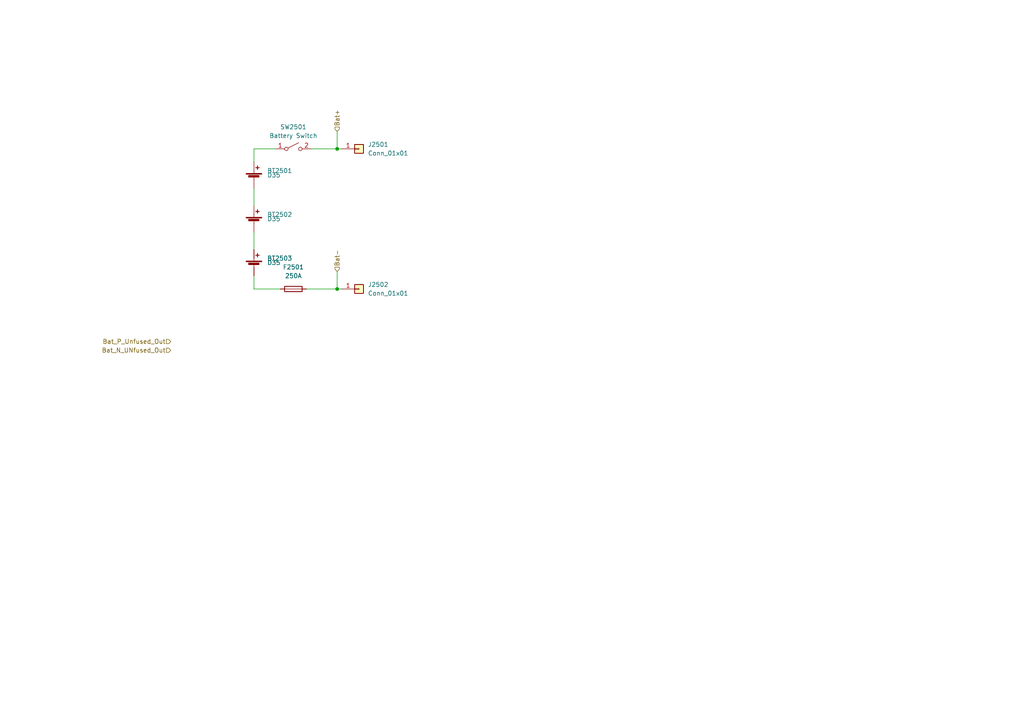
<source format=kicad_sch>
(kicad_sch (version 20211123) (generator eeschema)
  (paper "A4")
  (lib_symbols
    (symbol "Connector_Generic:Conn_01x01" (pin_names (offset 1.016) hide)
      (property "Reference" "J" (at 0 2.54 0))
      (property "Value" "Conn_01x01" (at 0 -2.54 0))
      (symbol "Conn_01x01_1_1"
        (rectangle (start -1.27 0.127) (end 0 -0.127) (stroke (width 0.1524)))
        (rectangle (start -1.27 1.27) (end 1.27 -1.27) (stroke (width 0.254)) (fill (type background)))
        (pin passive line (at -5.08 0 0) (length 3.81) (name "Pin_1") (number "1"))
      )
    )
    (symbol "Device:Battery_Cell" (pin_numbers hide) (pin_names (offset 0) hide)
      (property "Reference" "BT" (at 2.54 2.54 0))
      (property "Value" "Battery_Cell" (at 2.54 0 0))
      (symbol "Battery_Cell_0_1"
        (rectangle (start -2.286 1.778) (end 2.286 1.524) (fill (type outline)))
        (rectangle (start -1.5748 1.1938) (end 1.4732 0.6858) (fill (type outline)))
        (polyline (pts (xy 0 0.762) (xy 0 0)))
        (polyline (pts (xy 0 1.778) (xy 0 2.54)))
        (polyline (pts (xy 0.508 3.429) (xy 1.524 3.429)) (stroke (width 0.254)))
        (polyline (pts (xy 1.016 3.937) (xy 1.016 2.921)) (stroke (width 0.254)))
      )
      (symbol "Battery_Cell_1_1"
        (pin passive line (at 0 5.08 270) (length 2.54) (name "+") (number "1"))
        (pin passive line (at 0 -2.54 90) (length 2.54) (name "-") (number "2"))
      )
    )
    (symbol "Device:Fuse" (pin_numbers hide) (pin_names (offset 0))
      (property "Reference" "F" (at 2.032 0 90))
      (property "Value" "Fuse" (at -1.905 0 90))
      (symbol "Fuse_0_1"
        (rectangle (start -0.762 -2.54) (end 0.762 2.54) (stroke (width 0.254)))
        (polyline (pts (xy 0 2.54) (xy 0 -2.54)))
      )
      (symbol "Fuse_1_1"
        (pin passive line (at 0 3.81 270) (length 1.27) (name "~") (number "1"))
        (pin passive line (at 0 -3.81 90) (length 1.27) (name "~") (number "2"))
      )
    )
    (symbol "Switch:SW_SPST" (pin_names (offset 0) hide)
      (property "Reference" "SW" (at 0 3.175 0))
      (property "Value" "SW_SPST" (at 0 -2.54 0))
      (symbol "SW_SPST_0_0"
        (circle (center -2.032 0) (radius 0.508))
        (polyline (pts (xy -1.524 0.254) (xy 1.524 1.778)))
        (circle (center 2.032 0) (radius 0.508))
      )
      (symbol "SW_SPST_1_1"
        (pin passive line (at -5.08 0 0) (length 2.54) (name "A") (number "1"))
        (pin passive line (at 5.08 0 180) (length 2.54) (name "B") (number "2"))
      )
    )
  )
  (junction (at 97.79 43.18))
  (junction (at 97.79 83.82))
  (wire (pts (xy 73.66 43.18) (xy 80.01 43.18)))
  (wire (pts (xy 73.66 67.31) (xy 73.66 72.39)))
  (wire (pts (xy 73.66 54.61) (xy 73.66 59.69)))
  (wire (pts (xy 73.66 46.99) (xy 73.66 43.18)))
  (wire (pts (xy 97.79 83.82) (xy 99.06 83.82)))
  (wire (pts (xy 97.79 43.18) (xy 99.06 43.18)))
  (wire (pts (xy 90.17 43.18) (xy 97.79 43.18)))
  (wire (pts (xy 88.9 83.82) (xy 97.79 83.82)))
  (wire (pts (xy 97.79 78.74) (xy 97.79 83.82)))
  (wire (pts (xy 73.66 83.82) (xy 81.28 83.82)))
  (wire (pts (xy 97.79 38.1) (xy 97.79 43.18)))
  (wire (pts (xy 73.66 80.01) (xy 73.66 83.82)))
  (hierarchical_label "Bat-" (shape input) (at 97.79 78.74 90))
  (hierarchical_label "Bat_P_Unfused_Out" (shape input) (at 49.53 99.06 180))
  (hierarchical_label "Bat+" (shape input) (at 97.79 38.1 90))
  (hierarchical_label "Bat_N_UNfused_Out" (shape input) (at 49.53 101.6 180))
  (symbol (lib_id "Device:Battery_Cell") (at 73.66 52.07 0)
    (property "Reference" "BT2501" (at 77.47 49.53 0) (effects (justify left)))
    (property "Value" "D35" (at 77.47 50.8 0) (effects (justify left)))
  )
  (symbol (lib_id "Device:Battery_Cell") (at 73.66 64.77 0)
    (property "Reference" "BT2502" (at 77.47 62.23 0) (effects (justify left)))
    (property "Value" "D35" (at 77.47 63.5 0) (effects (justify left)))
  )
  (symbol (lib_id "Device:Battery_Cell") (at 73.66 77.47 0)
    (property "Reference" "BT2503" (at 77.47 74.93 0) (effects (justify left)))
    (property "Value" "D35" (at 77.47 76.2 0) (effects (justify left)))
  )
  (symbol (lib_id "Device:Fuse") (at 85.09 83.82 270)
    (property "Reference" "F2501" (at 85.09 77.47 90))
    (property "Value" "250A" (at 85.09 80.01 90))
  )
  (symbol (lib_id "Connector_Generic:Conn_01x01") (at 104.14 43.18 0)
    (property "Reference" "J2501" (at 106.68 41.91 0) (effects (justify left)))
    (property "Value" "Conn_01x01" (at 106.68 44.45 0) (effects (justify left)))
  )
  (symbol (lib_id "Connector_Generic:Conn_01x01") (at 104.14 83.82 0)
    (property "Reference" "J2502" (at 106.68 82.55 0) (effects (justify left)))
    (property "Value" "Conn_01x01" (at 106.68 85.09 0) (effects (justify left)))
  )
  (symbol (lib_id "Switch:SW_SPST") (at 85.09 43.18 0)
    (property "Reference" "SW2501" (at 85.09 36.83 0))
    (property "Value" "Battery Switch" (at 85.09 39.37 0))
  )
)
</source>
